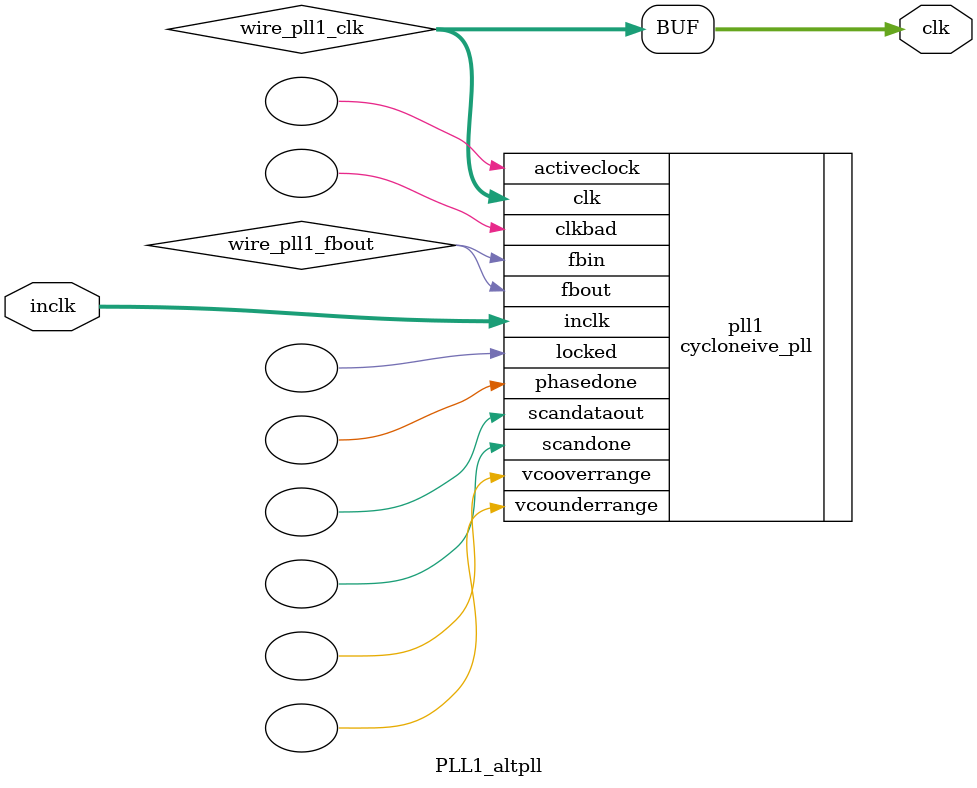
<source format=v>






//synthesis_resources = cycloneive_pll 1 
//synopsys translate_off
`timescale 1 ps / 1 ps
//synopsys translate_on
module  PLL1_altpll
	( 
	clk,
	inclk) /* synthesis synthesis_clearbox=1 */;
	output   [4:0]  clk;
	input   [1:0]  inclk;
`ifndef ALTERA_RESERVED_QIS
// synopsys translate_off
`endif
	tri0   [1:0]  inclk;
`ifndef ALTERA_RESERVED_QIS
// synopsys translate_on
`endif

	wire  [4:0]   wire_pll1_clk;
	wire  wire_pll1_fbout;

	cycloneive_pll   pll1
	( 
	.activeclock(),
	.clk(wire_pll1_clk),
	.clkbad(),
	.fbin(wire_pll1_fbout),
	.fbout(wire_pll1_fbout),
	.inclk(inclk),
	.locked(),
	.phasedone(),
	.scandataout(),
	.scandone(),
	.vcooverrange(),
	.vcounderrange()
	`ifndef FORMAL_VERIFICATION
	// synopsys translate_off
	`endif
	,
	.areset(1'b0),
	.clkswitch(1'b0),
	.configupdate(1'b0),
	.pfdena(1'b1),
	.phasecounterselect({3{1'b0}}),
	.phasestep(1'b0),
	.phaseupdown(1'b0),
	.scanclk(1'b0),
	.scanclkena(1'b1),
	.scandata(1'b0)
	`ifndef FORMAL_VERIFICATION
	// synopsys translate_on
	`endif
	);
	defparam
		pll1.bandwidth_type = "auto",
		pll1.clk0_divide_by = 1,
		pll1.clk0_duty_cycle = 50,
		pll1.clk0_multiply_by = 2,
		pll1.clk0_phase_shift = "0",
		pll1.compensate_clock = "clk0",
		pll1.inclk0_input_frequency = 20000,
		pll1.operation_mode = "normal",
		pll1.pll_type = "auto",
		pll1.lpm_type = "cycloneive_pll";
	assign
		clk = {wire_pll1_clk[4:0]};
endmodule //PLL1_altpll
//VALID FILE

</source>
